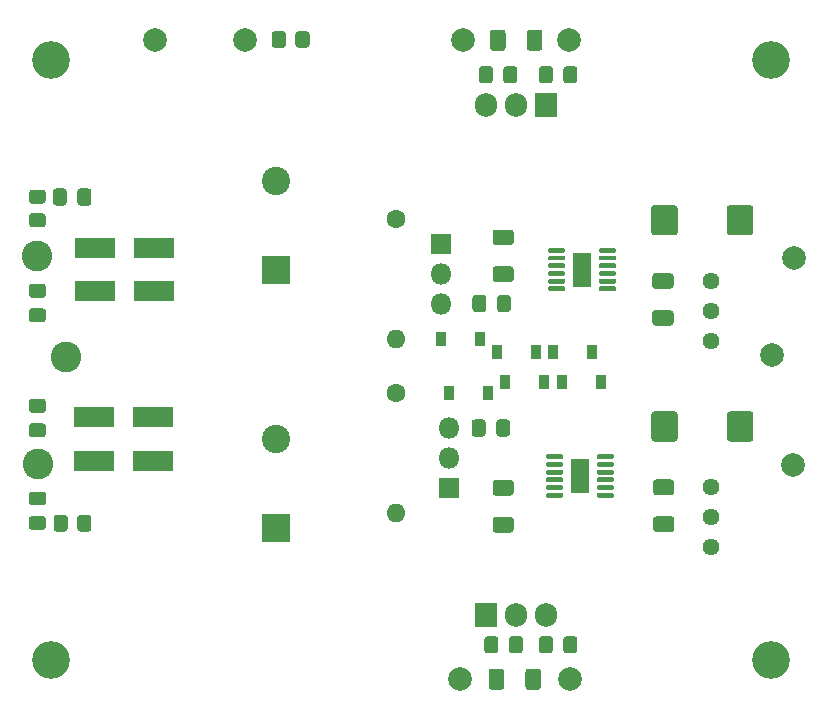
<source format=gbr>
G04 #@! TF.GenerationSoftware,KiCad,Pcbnew,(5.1.10-1-10_14)*
G04 #@! TF.CreationDate,2021-09-15T13:52:01+02:00*
G04 #@! TF.ProjectId,lv-lownoise-psu,6c762d6c-6f77-46e6-9f69-73652d707375,rev?*
G04 #@! TF.SameCoordinates,Original*
G04 #@! TF.FileFunction,Soldermask,Top*
G04 #@! TF.FilePolarity,Negative*
%FSLAX46Y46*%
G04 Gerber Fmt 4.6, Leading zero omitted, Abs format (unit mm)*
G04 Created by KiCad (PCBNEW (5.1.10-1-10_14)) date 2021-09-15 13:52:01*
%MOMM*%
%LPD*%
G01*
G04 APERTURE LIST*
%ADD10C,2.000000*%
%ADD11R,0.900000X1.200000*%
%ADD12O,1.600000X1.600000*%
%ADD13C,1.600000*%
%ADD14O,1.800000X1.800000*%
%ADD15R,1.800000X1.800000*%
%ADD16O,1.905000X2.000000*%
%ADD17R,1.905000X2.000000*%
%ADD18R,3.500000X1.800000*%
%ADD19R,1.650000X2.850000*%
%ADD20C,2.400000*%
%ADD21R,2.400000X2.400000*%
%ADD22C,1.440000*%
%ADD23C,2.600000*%
%ADD24C,3.200000*%
G04 APERTURE END LIST*
D10*
X119761000Y-85471000D03*
X129032000Y-85471000D03*
X128968500Y-31369000D03*
X120015000Y-31369000D03*
X93916500Y-31305500D03*
X101536500Y-31305500D03*
X147955000Y-67310000D03*
X146113500Y-58039000D03*
X148018500Y-49784000D03*
D11*
X123571000Y-60261500D03*
X126871000Y-60261500D03*
X128333500Y-60261500D03*
X131633500Y-60261500D03*
X130935000Y-57721500D03*
X127635000Y-57721500D03*
X126172500Y-57721500D03*
X122872500Y-57721500D03*
G36*
G01*
X123471500Y-84820998D02*
X123471500Y-86121002D01*
G75*
G02*
X123221502Y-86371000I-249998J0D01*
G01*
X122396498Y-86371000D01*
G75*
G02*
X122146500Y-86121002I0J249998D01*
G01*
X122146500Y-84820998D01*
G75*
G02*
X122396498Y-84571000I249998J0D01*
G01*
X123221502Y-84571000D01*
G75*
G02*
X123471500Y-84820998I0J-249998D01*
G01*
G37*
G36*
G01*
X126596500Y-84820998D02*
X126596500Y-86121002D01*
G75*
G02*
X126346502Y-86371000I-249998J0D01*
G01*
X125521498Y-86371000D01*
G75*
G02*
X125271500Y-86121002I0J249998D01*
G01*
X125271500Y-84820998D01*
G75*
G02*
X125521498Y-84571000I249998J0D01*
G01*
X126346502Y-84571000D01*
G75*
G02*
X126596500Y-84820998I0J-249998D01*
G01*
G37*
G36*
G01*
X125385000Y-32019002D02*
X125385000Y-30718998D01*
G75*
G02*
X125634998Y-30469000I249998J0D01*
G01*
X126460002Y-30469000D01*
G75*
G02*
X126710000Y-30718998I0J-249998D01*
G01*
X126710000Y-32019002D01*
G75*
G02*
X126460002Y-32269000I-249998J0D01*
G01*
X125634998Y-32269000D01*
G75*
G02*
X125385000Y-32019002I0J249998D01*
G01*
G37*
G36*
G01*
X122260000Y-32019002D02*
X122260000Y-30718998D01*
G75*
G02*
X122509998Y-30469000I249998J0D01*
G01*
X123335002Y-30469000D01*
G75*
G02*
X123585000Y-30718998I0J-249998D01*
G01*
X123585000Y-32019002D01*
G75*
G02*
X123335002Y-32269000I-249998J0D01*
G01*
X122509998Y-32269000D01*
G75*
G02*
X122260000Y-32019002I0J249998D01*
G01*
G37*
G36*
G01*
X123407500Y-34765000D02*
X123407500Y-33815000D01*
G75*
G02*
X123657500Y-33565000I250000J0D01*
G01*
X124332500Y-33565000D01*
G75*
G02*
X124582500Y-33815000I0J-250000D01*
G01*
X124582500Y-34765000D01*
G75*
G02*
X124332500Y-35015000I-250000J0D01*
G01*
X123657500Y-35015000D01*
G75*
G02*
X123407500Y-34765000I0J250000D01*
G01*
G37*
G36*
G01*
X121332500Y-34765000D02*
X121332500Y-33815000D01*
G75*
G02*
X121582500Y-33565000I250000J0D01*
G01*
X122257500Y-33565000D01*
G75*
G02*
X122507500Y-33815000I0J-250000D01*
G01*
X122507500Y-34765000D01*
G75*
G02*
X122257500Y-35015000I-250000J0D01*
G01*
X121582500Y-35015000D01*
G75*
G02*
X121332500Y-34765000I0J250000D01*
G01*
G37*
D12*
X114300000Y-71374000D03*
D13*
X114300000Y-61214000D03*
D12*
X114300000Y-56642000D03*
D13*
X114300000Y-46482000D03*
G36*
G01*
X83496999Y-46009000D02*
X84397001Y-46009000D01*
G75*
G02*
X84647000Y-46258999I0J-249999D01*
G01*
X84647000Y-46959001D01*
G75*
G02*
X84397001Y-47209000I-249999J0D01*
G01*
X83496999Y-47209000D01*
G75*
G02*
X83247000Y-46959001I0J249999D01*
G01*
X83247000Y-46258999D01*
G75*
G02*
X83496999Y-46009000I249999J0D01*
G01*
G37*
G36*
G01*
X83496999Y-44009000D02*
X84397001Y-44009000D01*
G75*
G02*
X84647000Y-44258999I0J-249999D01*
G01*
X84647000Y-44959001D01*
G75*
G02*
X84397001Y-45209000I-249999J0D01*
G01*
X83496999Y-45209000D01*
G75*
G02*
X83247000Y-44959001I0J249999D01*
G01*
X83247000Y-44258999D01*
G75*
G02*
X83496999Y-44009000I249999J0D01*
G01*
G37*
G36*
G01*
X87315500Y-72713001D02*
X87315500Y-71812999D01*
G75*
G02*
X87565499Y-71563000I249999J0D01*
G01*
X88265501Y-71563000D01*
G75*
G02*
X88515500Y-71812999I0J-249999D01*
G01*
X88515500Y-72713001D01*
G75*
G02*
X88265501Y-72963000I-249999J0D01*
G01*
X87565499Y-72963000D01*
G75*
G02*
X87315500Y-72713001I0J249999D01*
G01*
G37*
G36*
G01*
X85315500Y-72713001D02*
X85315500Y-71812999D01*
G75*
G02*
X85565499Y-71563000I249999J0D01*
G01*
X86265501Y-71563000D01*
G75*
G02*
X86515500Y-71812999I0J-249999D01*
G01*
X86515500Y-72713001D01*
G75*
G02*
X86265501Y-72963000I-249999J0D01*
G01*
X85565499Y-72963000D01*
G75*
G02*
X85315500Y-72713001I0J249999D01*
G01*
G37*
D14*
X118808500Y-64198500D03*
X118808500Y-66738500D03*
D15*
X118808500Y-69278500D03*
D14*
X118110000Y-53657500D03*
X118110000Y-51117500D03*
D15*
X118110000Y-48577500D03*
D11*
X118808500Y-61214000D03*
X122108500Y-61214000D03*
X121410000Y-56642000D03*
X118110000Y-56642000D03*
G36*
G01*
X137619502Y-69877500D02*
X136319498Y-69877500D01*
G75*
G02*
X136069500Y-69627502I0J249998D01*
G01*
X136069500Y-68802498D01*
G75*
G02*
X136319498Y-68552500I249998J0D01*
G01*
X137619502Y-68552500D01*
G75*
G02*
X137869500Y-68802498I0J-249998D01*
G01*
X137869500Y-69627502D01*
G75*
G02*
X137619502Y-69877500I-249998J0D01*
G01*
G37*
G36*
G01*
X137619502Y-73002500D02*
X136319498Y-73002500D01*
G75*
G02*
X136069500Y-72752502I0J249998D01*
G01*
X136069500Y-71927498D01*
G75*
G02*
X136319498Y-71677500I249998J0D01*
G01*
X137619502Y-71677500D01*
G75*
G02*
X137869500Y-71927498I0J-249998D01*
G01*
X137869500Y-72752502D01*
G75*
G02*
X137619502Y-73002500I-249998J0D01*
G01*
G37*
G36*
G01*
X136255998Y-54215000D02*
X137556002Y-54215000D01*
G75*
G02*
X137806000Y-54464998I0J-249998D01*
G01*
X137806000Y-55290002D01*
G75*
G02*
X137556002Y-55540000I-249998J0D01*
G01*
X136255998Y-55540000D01*
G75*
G02*
X136006000Y-55290002I0J249998D01*
G01*
X136006000Y-54464998D01*
G75*
G02*
X136255998Y-54215000I249998J0D01*
G01*
G37*
G36*
G01*
X136255998Y-51090000D02*
X137556002Y-51090000D01*
G75*
G02*
X137806000Y-51339998I0J-249998D01*
G01*
X137806000Y-52165002D01*
G75*
G02*
X137556002Y-52415000I-249998J0D01*
G01*
X136255998Y-52415000D01*
G75*
G02*
X136006000Y-52165002I0J249998D01*
G01*
X136006000Y-51339998D01*
G75*
G02*
X136255998Y-51090000I249998J0D01*
G01*
G37*
G36*
G01*
X124030502Y-69927500D02*
X122730498Y-69927500D01*
G75*
G02*
X122480500Y-69677502I0J249998D01*
G01*
X122480500Y-68852498D01*
G75*
G02*
X122730498Y-68602500I249998J0D01*
G01*
X124030502Y-68602500D01*
G75*
G02*
X124280500Y-68852498I0J-249998D01*
G01*
X124280500Y-69677502D01*
G75*
G02*
X124030502Y-69927500I-249998J0D01*
G01*
G37*
G36*
G01*
X124030502Y-73052500D02*
X122730498Y-73052500D01*
G75*
G02*
X122480500Y-72802502I0J249998D01*
G01*
X122480500Y-71977498D01*
G75*
G02*
X122730498Y-71727500I249998J0D01*
G01*
X124030502Y-71727500D01*
G75*
G02*
X124280500Y-71977498I0J-249998D01*
G01*
X124280500Y-72802502D01*
G75*
G02*
X124030502Y-73052500I-249998J0D01*
G01*
G37*
G36*
G01*
X124030502Y-48718500D02*
X122730498Y-48718500D01*
G75*
G02*
X122480500Y-48468502I0J249998D01*
G01*
X122480500Y-47643498D01*
G75*
G02*
X122730498Y-47393500I249998J0D01*
G01*
X124030502Y-47393500D01*
G75*
G02*
X124280500Y-47643498I0J-249998D01*
G01*
X124280500Y-48468502D01*
G75*
G02*
X124030502Y-48718500I-249998J0D01*
G01*
G37*
G36*
G01*
X124030502Y-51843500D02*
X122730498Y-51843500D01*
G75*
G02*
X122480500Y-51593502I0J249998D01*
G01*
X122480500Y-50768498D01*
G75*
G02*
X122730498Y-50518500I249998J0D01*
G01*
X124030502Y-50518500D01*
G75*
G02*
X124280500Y-50768498I0J-249998D01*
G01*
X124280500Y-51593502D01*
G75*
G02*
X124030502Y-51843500I-249998J0D01*
G01*
G37*
G36*
G01*
X121893000Y-63723500D02*
X121893000Y-64673500D01*
G75*
G02*
X121643000Y-64923500I-250000J0D01*
G01*
X120968000Y-64923500D01*
G75*
G02*
X120718000Y-64673500I0J250000D01*
G01*
X120718000Y-63723500D01*
G75*
G02*
X120968000Y-63473500I250000J0D01*
G01*
X121643000Y-63473500D01*
G75*
G02*
X121893000Y-63723500I0J-250000D01*
G01*
G37*
G36*
G01*
X123968000Y-63723500D02*
X123968000Y-64673500D01*
G75*
G02*
X123718000Y-64923500I-250000J0D01*
G01*
X123043000Y-64923500D01*
G75*
G02*
X122793000Y-64673500I0J250000D01*
G01*
X122793000Y-63723500D01*
G75*
G02*
X123043000Y-63473500I250000J0D01*
G01*
X123718000Y-63473500D01*
G75*
G02*
X123968000Y-63723500I0J-250000D01*
G01*
G37*
G36*
G01*
X122856500Y-54132500D02*
X122856500Y-53182500D01*
G75*
G02*
X123106500Y-52932500I250000J0D01*
G01*
X123781500Y-52932500D01*
G75*
G02*
X124031500Y-53182500I0J-250000D01*
G01*
X124031500Y-54132500D01*
G75*
G02*
X123781500Y-54382500I-250000J0D01*
G01*
X123106500Y-54382500D01*
G75*
G02*
X122856500Y-54132500I0J250000D01*
G01*
G37*
G36*
G01*
X120781500Y-54132500D02*
X120781500Y-53182500D01*
G75*
G02*
X121031500Y-52932500I250000J0D01*
G01*
X121706500Y-52932500D01*
G75*
G02*
X121956500Y-53182500I0J-250000D01*
G01*
X121956500Y-54132500D01*
G75*
G02*
X121706500Y-54382500I-250000J0D01*
G01*
X121031500Y-54382500D01*
G75*
G02*
X120781500Y-54132500I0J250000D01*
G01*
G37*
G36*
G01*
X86439500Y-44165500D02*
X86439500Y-45115500D01*
G75*
G02*
X86189500Y-45365500I-250000J0D01*
G01*
X85514500Y-45365500D01*
G75*
G02*
X85264500Y-45115500I0J250000D01*
G01*
X85264500Y-44165500D01*
G75*
G02*
X85514500Y-43915500I250000J0D01*
G01*
X86189500Y-43915500D01*
G75*
G02*
X86439500Y-44165500I0J-250000D01*
G01*
G37*
G36*
G01*
X88514500Y-44165500D02*
X88514500Y-45115500D01*
G75*
G02*
X88264500Y-45365500I-250000J0D01*
G01*
X87589500Y-45365500D01*
G75*
G02*
X87339500Y-45115500I0J250000D01*
G01*
X87339500Y-44165500D01*
G75*
G02*
X87589500Y-43915500I250000J0D01*
G01*
X88264500Y-43915500D01*
G75*
G02*
X88514500Y-44165500I0J-250000D01*
G01*
G37*
G36*
G01*
X83472000Y-71655000D02*
X84422000Y-71655000D01*
G75*
G02*
X84672000Y-71905000I0J-250000D01*
G01*
X84672000Y-72580000D01*
G75*
G02*
X84422000Y-72830000I-250000J0D01*
G01*
X83472000Y-72830000D01*
G75*
G02*
X83222000Y-72580000I0J250000D01*
G01*
X83222000Y-71905000D01*
G75*
G02*
X83472000Y-71655000I250000J0D01*
G01*
G37*
G36*
G01*
X83472000Y-69580000D02*
X84422000Y-69580000D01*
G75*
G02*
X84672000Y-69830000I0J-250000D01*
G01*
X84672000Y-70505000D01*
G75*
G02*
X84422000Y-70755000I-250000J0D01*
G01*
X83472000Y-70755000D01*
G75*
G02*
X83222000Y-70505000I0J250000D01*
G01*
X83222000Y-69830000D01*
G75*
G02*
X83472000Y-69580000I250000J0D01*
G01*
G37*
G36*
G01*
X84422000Y-53165500D02*
X83472000Y-53165500D01*
G75*
G02*
X83222000Y-52915500I0J250000D01*
G01*
X83222000Y-52240500D01*
G75*
G02*
X83472000Y-51990500I250000J0D01*
G01*
X84422000Y-51990500D01*
G75*
G02*
X84672000Y-52240500I0J-250000D01*
G01*
X84672000Y-52915500D01*
G75*
G02*
X84422000Y-53165500I-250000J0D01*
G01*
G37*
G36*
G01*
X84422000Y-55240500D02*
X83472000Y-55240500D01*
G75*
G02*
X83222000Y-54990500I0J250000D01*
G01*
X83222000Y-54315500D01*
G75*
G02*
X83472000Y-54065500I250000J0D01*
G01*
X84422000Y-54065500D01*
G75*
G02*
X84672000Y-54315500I0J-250000D01*
G01*
X84672000Y-54990500D01*
G75*
G02*
X84422000Y-55240500I-250000J0D01*
G01*
G37*
G36*
G01*
X84422000Y-62901500D02*
X83472000Y-62901500D01*
G75*
G02*
X83222000Y-62651500I0J250000D01*
G01*
X83222000Y-61976500D01*
G75*
G02*
X83472000Y-61726500I250000J0D01*
G01*
X84422000Y-61726500D01*
G75*
G02*
X84672000Y-61976500I0J-250000D01*
G01*
X84672000Y-62651500D01*
G75*
G02*
X84422000Y-62901500I-250000J0D01*
G01*
G37*
G36*
G01*
X84422000Y-64976500D02*
X83472000Y-64976500D01*
G75*
G02*
X83222000Y-64726500I0J250000D01*
G01*
X83222000Y-64051500D01*
G75*
G02*
X83472000Y-63801500I250000J0D01*
G01*
X84422000Y-63801500D01*
G75*
G02*
X84672000Y-64051500I0J-250000D01*
G01*
X84672000Y-64726500D01*
G75*
G02*
X84422000Y-64976500I-250000J0D01*
G01*
G37*
G36*
G01*
X138171500Y-63046499D02*
X138171500Y-65096501D01*
G75*
G02*
X137921501Y-65346500I-249999J0D01*
G01*
X136171499Y-65346500D01*
G75*
G02*
X135921500Y-65096501I0J249999D01*
G01*
X135921500Y-63046499D01*
G75*
G02*
X136171499Y-62796500I249999J0D01*
G01*
X137921501Y-62796500D01*
G75*
G02*
X138171500Y-63046499I0J-249999D01*
G01*
G37*
G36*
G01*
X144571500Y-63046499D02*
X144571500Y-65096501D01*
G75*
G02*
X144321501Y-65346500I-249999J0D01*
G01*
X142571499Y-65346500D01*
G75*
G02*
X142321500Y-65096501I0J249999D01*
G01*
X142321500Y-63046499D01*
G75*
G02*
X142571499Y-62796500I249999J0D01*
G01*
X144321501Y-62796500D01*
G75*
G02*
X144571500Y-63046499I0J-249999D01*
G01*
G37*
G36*
G01*
X142308000Y-47634001D02*
X142308000Y-45583999D01*
G75*
G02*
X142557999Y-45334000I249999J0D01*
G01*
X144308001Y-45334000D01*
G75*
G02*
X144558000Y-45583999I0J-249999D01*
G01*
X144558000Y-47634001D01*
G75*
G02*
X144308001Y-47884000I-249999J0D01*
G01*
X142557999Y-47884000D01*
G75*
G02*
X142308000Y-47634001I0J249999D01*
G01*
G37*
G36*
G01*
X135908000Y-47634001D02*
X135908000Y-45583999D01*
G75*
G02*
X136157999Y-45334000I249999J0D01*
G01*
X137908001Y-45334000D01*
G75*
G02*
X138158000Y-45583999I0J-249999D01*
G01*
X138158000Y-47634001D01*
G75*
G02*
X137908001Y-47884000I-249999J0D01*
G01*
X136157999Y-47884000D01*
G75*
G02*
X135908000Y-47634001I0J249999D01*
G01*
G37*
D16*
X127000000Y-80010000D03*
X124460000Y-80010000D03*
D17*
X121920000Y-80010000D03*
D16*
X121920000Y-36830000D03*
X124460000Y-36830000D03*
D17*
X127000000Y-36830000D03*
D18*
X88827600Y-52578000D03*
X93827600Y-52578000D03*
X88827600Y-48971200D03*
X93827600Y-48971200D03*
X93726000Y-63296800D03*
X88726000Y-63296800D03*
X93726000Y-66954400D03*
X88726000Y-66954400D03*
D19*
X129886600Y-68261900D03*
G36*
G01*
X131311600Y-66736900D02*
X131311600Y-66536900D01*
G75*
G02*
X131411600Y-66436900I100000J0D01*
G01*
X132661600Y-66436900D01*
G75*
G02*
X132761600Y-66536900I0J-100000D01*
G01*
X132761600Y-66736900D01*
G75*
G02*
X132661600Y-66836900I-100000J0D01*
G01*
X131411600Y-66836900D01*
G75*
G02*
X131311600Y-66736900I0J100000D01*
G01*
G37*
G36*
G01*
X131311600Y-67386900D02*
X131311600Y-67186900D01*
G75*
G02*
X131411600Y-67086900I100000J0D01*
G01*
X132661600Y-67086900D01*
G75*
G02*
X132761600Y-67186900I0J-100000D01*
G01*
X132761600Y-67386900D01*
G75*
G02*
X132661600Y-67486900I-100000J0D01*
G01*
X131411600Y-67486900D01*
G75*
G02*
X131311600Y-67386900I0J100000D01*
G01*
G37*
G36*
G01*
X131311600Y-68036900D02*
X131311600Y-67836900D01*
G75*
G02*
X131411600Y-67736900I100000J0D01*
G01*
X132661600Y-67736900D01*
G75*
G02*
X132761600Y-67836900I0J-100000D01*
G01*
X132761600Y-68036900D01*
G75*
G02*
X132661600Y-68136900I-100000J0D01*
G01*
X131411600Y-68136900D01*
G75*
G02*
X131311600Y-68036900I0J100000D01*
G01*
G37*
G36*
G01*
X131311600Y-68686900D02*
X131311600Y-68486900D01*
G75*
G02*
X131411600Y-68386900I100000J0D01*
G01*
X132661600Y-68386900D01*
G75*
G02*
X132761600Y-68486900I0J-100000D01*
G01*
X132761600Y-68686900D01*
G75*
G02*
X132661600Y-68786900I-100000J0D01*
G01*
X131411600Y-68786900D01*
G75*
G02*
X131311600Y-68686900I0J100000D01*
G01*
G37*
G36*
G01*
X131311600Y-69336900D02*
X131311600Y-69136900D01*
G75*
G02*
X131411600Y-69036900I100000J0D01*
G01*
X132661600Y-69036900D01*
G75*
G02*
X132761600Y-69136900I0J-100000D01*
G01*
X132761600Y-69336900D01*
G75*
G02*
X132661600Y-69436900I-100000J0D01*
G01*
X131411600Y-69436900D01*
G75*
G02*
X131311600Y-69336900I0J100000D01*
G01*
G37*
G36*
G01*
X131311600Y-69986900D02*
X131311600Y-69786900D01*
G75*
G02*
X131411600Y-69686900I100000J0D01*
G01*
X132661600Y-69686900D01*
G75*
G02*
X132761600Y-69786900I0J-100000D01*
G01*
X132761600Y-69986900D01*
G75*
G02*
X132661600Y-70086900I-100000J0D01*
G01*
X131411600Y-70086900D01*
G75*
G02*
X131311600Y-69986900I0J100000D01*
G01*
G37*
G36*
G01*
X127011600Y-69986900D02*
X127011600Y-69786900D01*
G75*
G02*
X127111600Y-69686900I100000J0D01*
G01*
X128361600Y-69686900D01*
G75*
G02*
X128461600Y-69786900I0J-100000D01*
G01*
X128461600Y-69986900D01*
G75*
G02*
X128361600Y-70086900I-100000J0D01*
G01*
X127111600Y-70086900D01*
G75*
G02*
X127011600Y-69986900I0J100000D01*
G01*
G37*
G36*
G01*
X127011600Y-69336900D02*
X127011600Y-69136900D01*
G75*
G02*
X127111600Y-69036900I100000J0D01*
G01*
X128361600Y-69036900D01*
G75*
G02*
X128461600Y-69136900I0J-100000D01*
G01*
X128461600Y-69336900D01*
G75*
G02*
X128361600Y-69436900I-100000J0D01*
G01*
X127111600Y-69436900D01*
G75*
G02*
X127011600Y-69336900I0J100000D01*
G01*
G37*
G36*
G01*
X127011600Y-68686900D02*
X127011600Y-68486900D01*
G75*
G02*
X127111600Y-68386900I100000J0D01*
G01*
X128361600Y-68386900D01*
G75*
G02*
X128461600Y-68486900I0J-100000D01*
G01*
X128461600Y-68686900D01*
G75*
G02*
X128361600Y-68786900I-100000J0D01*
G01*
X127111600Y-68786900D01*
G75*
G02*
X127011600Y-68686900I0J100000D01*
G01*
G37*
G36*
G01*
X127011600Y-68036900D02*
X127011600Y-67836900D01*
G75*
G02*
X127111600Y-67736900I100000J0D01*
G01*
X128361600Y-67736900D01*
G75*
G02*
X128461600Y-67836900I0J-100000D01*
G01*
X128461600Y-68036900D01*
G75*
G02*
X128361600Y-68136900I-100000J0D01*
G01*
X127111600Y-68136900D01*
G75*
G02*
X127011600Y-68036900I0J100000D01*
G01*
G37*
G36*
G01*
X127011600Y-67386900D02*
X127011600Y-67186900D01*
G75*
G02*
X127111600Y-67086900I100000J0D01*
G01*
X128361600Y-67086900D01*
G75*
G02*
X128461600Y-67186900I0J-100000D01*
G01*
X128461600Y-67386900D01*
G75*
G02*
X128361600Y-67486900I-100000J0D01*
G01*
X127111600Y-67486900D01*
G75*
G02*
X127011600Y-67386900I0J100000D01*
G01*
G37*
G36*
G01*
X127011600Y-66736900D02*
X127011600Y-66536900D01*
G75*
G02*
X127111600Y-66436900I100000J0D01*
G01*
X128361600Y-66436900D01*
G75*
G02*
X128461600Y-66536900I0J-100000D01*
G01*
X128461600Y-66736900D01*
G75*
G02*
X128361600Y-66836900I-100000J0D01*
G01*
X127111600Y-66836900D01*
G75*
G02*
X127011600Y-66736900I0J100000D01*
G01*
G37*
D20*
X104140000Y-65151000D03*
D21*
X104140000Y-72651000D03*
D20*
X104140000Y-43300000D03*
D21*
X104140000Y-50800000D03*
G36*
G01*
X105794000Y-31755501D02*
X105794000Y-30855499D01*
G75*
G02*
X106043999Y-30605500I249999J0D01*
G01*
X106744001Y-30605500D01*
G75*
G02*
X106994000Y-30855499I0J-249999D01*
G01*
X106994000Y-31755501D01*
G75*
G02*
X106744001Y-32005500I-249999J0D01*
G01*
X106043999Y-32005500D01*
G75*
G02*
X105794000Y-31755501I0J249999D01*
G01*
G37*
G36*
G01*
X103794000Y-31755501D02*
X103794000Y-30855499D01*
G75*
G02*
X104043999Y-30605500I249999J0D01*
G01*
X104744001Y-30605500D01*
G75*
G02*
X104994000Y-30855499I0J-249999D01*
G01*
X104994000Y-31755501D01*
G75*
G02*
X104744001Y-32005500I-249999J0D01*
G01*
X104043999Y-32005500D01*
G75*
G02*
X103794000Y-31755501I0J249999D01*
G01*
G37*
G36*
G01*
X127587500Y-82075000D02*
X127587500Y-83025000D01*
G75*
G02*
X127337500Y-83275000I-250000J0D01*
G01*
X126662500Y-83275000D01*
G75*
G02*
X126412500Y-83025000I0J250000D01*
G01*
X126412500Y-82075000D01*
G75*
G02*
X126662500Y-81825000I250000J0D01*
G01*
X127337500Y-81825000D01*
G75*
G02*
X127587500Y-82075000I0J-250000D01*
G01*
G37*
G36*
G01*
X129662500Y-82075000D02*
X129662500Y-83025000D01*
G75*
G02*
X129412500Y-83275000I-250000J0D01*
G01*
X128737500Y-83275000D01*
G75*
G02*
X128487500Y-83025000I0J250000D01*
G01*
X128487500Y-82075000D01*
G75*
G02*
X128737500Y-81825000I250000J0D01*
G01*
X129412500Y-81825000D01*
G75*
G02*
X129662500Y-82075000I0J-250000D01*
G01*
G37*
G36*
G01*
X123872500Y-83025000D02*
X123872500Y-82075000D01*
G75*
G02*
X124122500Y-81825000I250000J0D01*
G01*
X124797500Y-81825000D01*
G75*
G02*
X125047500Y-82075000I0J-250000D01*
G01*
X125047500Y-83025000D01*
G75*
G02*
X124797500Y-83275000I-250000J0D01*
G01*
X124122500Y-83275000D01*
G75*
G02*
X123872500Y-83025000I0J250000D01*
G01*
G37*
G36*
G01*
X121797500Y-83025000D02*
X121797500Y-82075000D01*
G75*
G02*
X122047500Y-81825000I250000J0D01*
G01*
X122722500Y-81825000D01*
G75*
G02*
X122972500Y-82075000I0J-250000D01*
G01*
X122972500Y-83025000D01*
G75*
G02*
X122722500Y-83275000I-250000J0D01*
G01*
X122047500Y-83275000D01*
G75*
G02*
X121797500Y-83025000I0J250000D01*
G01*
G37*
G36*
G01*
X128487500Y-34765000D02*
X128487500Y-33815000D01*
G75*
G02*
X128737500Y-33565000I250000J0D01*
G01*
X129412500Y-33565000D01*
G75*
G02*
X129662500Y-33815000I0J-250000D01*
G01*
X129662500Y-34765000D01*
G75*
G02*
X129412500Y-35015000I-250000J0D01*
G01*
X128737500Y-35015000D01*
G75*
G02*
X128487500Y-34765000I0J250000D01*
G01*
G37*
G36*
G01*
X126412500Y-34765000D02*
X126412500Y-33815000D01*
G75*
G02*
X126662500Y-33565000I250000J0D01*
G01*
X127337500Y-33565000D01*
G75*
G02*
X127587500Y-33815000I0J-250000D01*
G01*
X127587500Y-34765000D01*
G75*
G02*
X127337500Y-35015000I-250000J0D01*
G01*
X126662500Y-35015000D01*
G75*
G02*
X126412500Y-34765000I0J250000D01*
G01*
G37*
D22*
X140970000Y-74295000D03*
X140970000Y-71755000D03*
X140970000Y-69215000D03*
D19*
X130064400Y-50787900D03*
G36*
G01*
X131489400Y-49262900D02*
X131489400Y-49062900D01*
G75*
G02*
X131589400Y-48962900I100000J0D01*
G01*
X132839400Y-48962900D01*
G75*
G02*
X132939400Y-49062900I0J-100000D01*
G01*
X132939400Y-49262900D01*
G75*
G02*
X132839400Y-49362900I-100000J0D01*
G01*
X131589400Y-49362900D01*
G75*
G02*
X131489400Y-49262900I0J100000D01*
G01*
G37*
G36*
G01*
X131489400Y-49912900D02*
X131489400Y-49712900D01*
G75*
G02*
X131589400Y-49612900I100000J0D01*
G01*
X132839400Y-49612900D01*
G75*
G02*
X132939400Y-49712900I0J-100000D01*
G01*
X132939400Y-49912900D01*
G75*
G02*
X132839400Y-50012900I-100000J0D01*
G01*
X131589400Y-50012900D01*
G75*
G02*
X131489400Y-49912900I0J100000D01*
G01*
G37*
G36*
G01*
X131489400Y-50562900D02*
X131489400Y-50362900D01*
G75*
G02*
X131589400Y-50262900I100000J0D01*
G01*
X132839400Y-50262900D01*
G75*
G02*
X132939400Y-50362900I0J-100000D01*
G01*
X132939400Y-50562900D01*
G75*
G02*
X132839400Y-50662900I-100000J0D01*
G01*
X131589400Y-50662900D01*
G75*
G02*
X131489400Y-50562900I0J100000D01*
G01*
G37*
G36*
G01*
X131489400Y-51212900D02*
X131489400Y-51012900D01*
G75*
G02*
X131589400Y-50912900I100000J0D01*
G01*
X132839400Y-50912900D01*
G75*
G02*
X132939400Y-51012900I0J-100000D01*
G01*
X132939400Y-51212900D01*
G75*
G02*
X132839400Y-51312900I-100000J0D01*
G01*
X131589400Y-51312900D01*
G75*
G02*
X131489400Y-51212900I0J100000D01*
G01*
G37*
G36*
G01*
X131489400Y-51862900D02*
X131489400Y-51662900D01*
G75*
G02*
X131589400Y-51562900I100000J0D01*
G01*
X132839400Y-51562900D01*
G75*
G02*
X132939400Y-51662900I0J-100000D01*
G01*
X132939400Y-51862900D01*
G75*
G02*
X132839400Y-51962900I-100000J0D01*
G01*
X131589400Y-51962900D01*
G75*
G02*
X131489400Y-51862900I0J100000D01*
G01*
G37*
G36*
G01*
X131489400Y-52512900D02*
X131489400Y-52312900D01*
G75*
G02*
X131589400Y-52212900I100000J0D01*
G01*
X132839400Y-52212900D01*
G75*
G02*
X132939400Y-52312900I0J-100000D01*
G01*
X132939400Y-52512900D01*
G75*
G02*
X132839400Y-52612900I-100000J0D01*
G01*
X131589400Y-52612900D01*
G75*
G02*
X131489400Y-52512900I0J100000D01*
G01*
G37*
G36*
G01*
X127189400Y-52512900D02*
X127189400Y-52312900D01*
G75*
G02*
X127289400Y-52212900I100000J0D01*
G01*
X128539400Y-52212900D01*
G75*
G02*
X128639400Y-52312900I0J-100000D01*
G01*
X128639400Y-52512900D01*
G75*
G02*
X128539400Y-52612900I-100000J0D01*
G01*
X127289400Y-52612900D01*
G75*
G02*
X127189400Y-52512900I0J100000D01*
G01*
G37*
G36*
G01*
X127189400Y-51862900D02*
X127189400Y-51662900D01*
G75*
G02*
X127289400Y-51562900I100000J0D01*
G01*
X128539400Y-51562900D01*
G75*
G02*
X128639400Y-51662900I0J-100000D01*
G01*
X128639400Y-51862900D01*
G75*
G02*
X128539400Y-51962900I-100000J0D01*
G01*
X127289400Y-51962900D01*
G75*
G02*
X127189400Y-51862900I0J100000D01*
G01*
G37*
G36*
G01*
X127189400Y-51212900D02*
X127189400Y-51012900D01*
G75*
G02*
X127289400Y-50912900I100000J0D01*
G01*
X128539400Y-50912900D01*
G75*
G02*
X128639400Y-51012900I0J-100000D01*
G01*
X128639400Y-51212900D01*
G75*
G02*
X128539400Y-51312900I-100000J0D01*
G01*
X127289400Y-51312900D01*
G75*
G02*
X127189400Y-51212900I0J100000D01*
G01*
G37*
G36*
G01*
X127189400Y-50562900D02*
X127189400Y-50362900D01*
G75*
G02*
X127289400Y-50262900I100000J0D01*
G01*
X128539400Y-50262900D01*
G75*
G02*
X128639400Y-50362900I0J-100000D01*
G01*
X128639400Y-50562900D01*
G75*
G02*
X128539400Y-50662900I-100000J0D01*
G01*
X127289400Y-50662900D01*
G75*
G02*
X127189400Y-50562900I0J100000D01*
G01*
G37*
G36*
G01*
X127189400Y-49912900D02*
X127189400Y-49712900D01*
G75*
G02*
X127289400Y-49612900I100000J0D01*
G01*
X128539400Y-49612900D01*
G75*
G02*
X128639400Y-49712900I0J-100000D01*
G01*
X128639400Y-49912900D01*
G75*
G02*
X128539400Y-50012900I-100000J0D01*
G01*
X127289400Y-50012900D01*
G75*
G02*
X127189400Y-49912900I0J100000D01*
G01*
G37*
G36*
G01*
X127189400Y-49262900D02*
X127189400Y-49062900D01*
G75*
G02*
X127289400Y-48962900I100000J0D01*
G01*
X128539400Y-48962900D01*
G75*
G02*
X128639400Y-49062900I0J-100000D01*
G01*
X128639400Y-49262900D01*
G75*
G02*
X128539400Y-49362900I-100000J0D01*
G01*
X127289400Y-49362900D01*
G75*
G02*
X127189400Y-49262900I0J100000D01*
G01*
G37*
D22*
X140970000Y-56832500D03*
X140970000Y-54292500D03*
X140970000Y-51752500D03*
D23*
X83921600Y-49631600D03*
X86360000Y-58166000D03*
X83972400Y-67259200D03*
D24*
X146050000Y-33020000D03*
X146050000Y-83820000D03*
X85090000Y-83820000D03*
X85090000Y-33020000D03*
M02*

</source>
